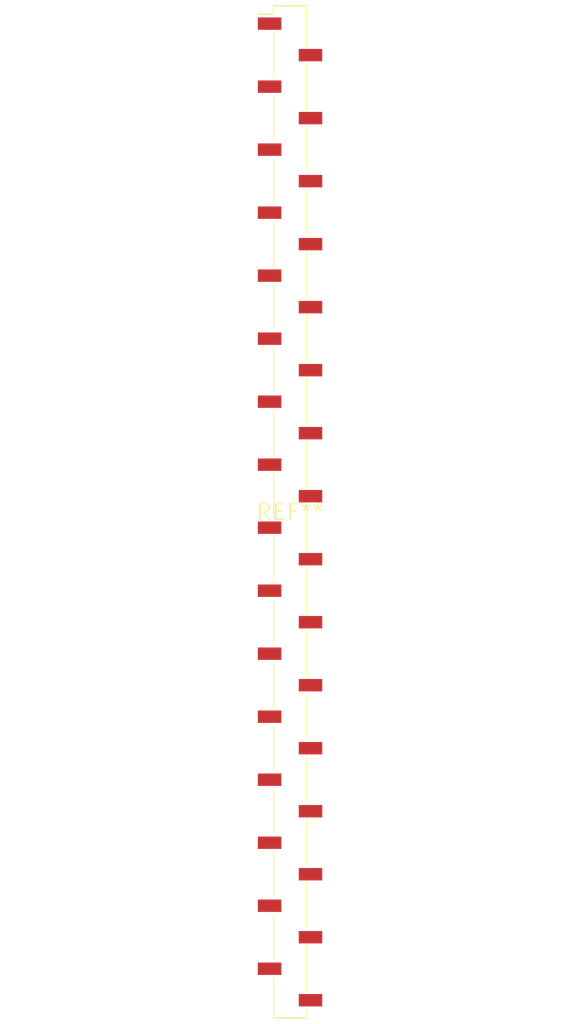
<source format=kicad_pcb>
(kicad_pcb (version 20240108) (generator pcbnew)
  (layers (0 "F.Cu" signal) (31 "B.Cu" signal) (34 "B.Paste" user) (35 "F.Paste" user) (36 "B.SilkS" user "B.Silkscreen") (37 "F.SilkS" user "F.Silkscreen") (38 "B.Mask" user) (39 "F.Mask" user) (44 "Edge.Cuts" user))
  (net 0 "")
  (footprint "PinSocket_1x32_P2.54mm_Vertical_SMD_Pin1Left" (layer "F.Cu") (at 0 0)
    (property "Reference" "REF**")
    (property "Value" "PinSocket_1x32_P2.54mm_Vertical_SMD_Pin1Left")
    (fp_line (start -2.54 -40.13) (end -1.33 -40.13) (layer "F.SilkS") (stroke (width 0.12)))
    (fp_line (start -1.33 -40.8) (end -1.33 -40.13) (layer "F.SilkS") (stroke (width 0.12)))
    (fp_line (start -1.33 -40.8) (end 1.33 -40.8) (layer "F.SilkS") (stroke (width 0.12)))
    (fp_line (start -1.33 -38.61) (end -1.33 -35.05) (layer "F.SilkS") (stroke (width 0.12)))
    (fp_line (start -1.33 -33.53) (end -1.33 -29.97) (layer "F.SilkS") (stroke (width 0.12)))
    (fp_line (start -1.33 -28.45) (end -1.33 -24.89) (layer "F.SilkS") (stroke (width 0.12)))
    (fp_line (start -1.33 -23.37) (end -1.33 -19.81) (layer "F.SilkS") (stroke (width 0.12)))
    (fp_line (start -1.33 -18.29) (end -1.33 -14.73) (layer "F.SilkS") (stroke (width 0.12)))
    (fp_line (start -1.33 -13.21) (end -1.33 -9.65) (layer "F.SilkS") (stroke (width 0.12)))
    (fp_line (start -1.33 -8.13) (end -1.33 -4.57) (layer "F.SilkS") (stroke (width 0.12)))
    (fp_line (start -1.33 -3.05) (end -1.33 0.51) (layer "F.SilkS") (stroke (width 0.12)))
    (fp_line (start -1.33 2.03) (end -1.33 5.59) (layer "F.SilkS") (stroke (width 0.12)))
    (fp_line (start -1.33 7.11) (end -1.33 10.67) (layer "F.SilkS") (stroke (width 0.12)))
    (fp_line (start -1.33 12.19) (end -1.33 15.75) (layer "F.SilkS") (stroke (width 0.12)))
    (fp_line (start -1.33 17.27) (end -1.33 20.83) (layer "F.SilkS") (stroke (width 0.12)))
    (fp_line (start -1.33 22.35) (end -1.33 25.91) (layer "F.SilkS") (stroke (width 0.12)))
    (fp_line (start -1.33 27.43) (end -1.33 30.99) (layer "F.SilkS") (stroke (width 0.12)))
    (fp_line (start -1.33 32.51) (end -1.33 36.07) (layer "F.SilkS") (stroke (width 0.12)))
    (fp_line (start -1.33 37.59) (end -1.33 40.8) (layer "F.SilkS") (stroke (width 0.12)))
    (fp_line (start -1.33 40.8) (end 1.33 40.8) (layer "F.SilkS") (stroke (width 0.12)))
    (fp_line (start 1.33 -40.8) (end 1.33 -37.59) (layer "F.SilkS") (stroke (width 0.12)))
    (fp_line (start 1.33 -36.07) (end 1.33 -32.51) (layer "F.SilkS") (stroke (width 0.12)))
    (fp_line (start 1.33 -30.99) (end 1.33 -27.43) (layer "F.SilkS") (stroke (width 0.12)))
    (fp_line (start 1.33 -25.91) (end 1.33 -22.35) (layer "F.SilkS") (stroke (width 0.12)))
    (fp_line (start 1.33 -20.83) (end 1.33 -17.27) (layer "F.SilkS") (stroke (width 0.12)))
    (fp_line (start 1.33 -15.75) (end 1.33 -12.19) (layer "F.SilkS") (stroke (width 0.12)))
    (fp_line (start 1.33 -10.67) (end 1.33 -7.11) (layer "F.SilkS") (stroke (width 0.12)))
    (fp_line (start 1.33 -5.59) (end 1.33 -2.03) (layer "F.SilkS") (stroke (width 0.12)))
    (fp_line (start 1.33 -0.51) (end 1.33 3.05) (layer "F.SilkS") (stroke (width 0.12)))
    (fp_line (start 1.33 4.57) (end 1.33 8.13) (layer "F.SilkS") (stroke (width 0.12)))
    (fp_line (start 1.33 9.65) (end 1.33 13.21) (layer "F.SilkS") (stroke (width 0.12)))
    (fp_line (start 1.33 14.73) (end 1.33 18.29) (layer "F.SilkS") (stroke (width 0.12)))
    (fp_line (start 1.33 19.81) (end 1.33 23.37) (layer "F.SilkS") (stroke (width 0.12)))
    (fp_line (start 1.33 24.89) (end 1.33 28.45) (layer "F.SilkS") (stroke (width 0.12)))
    (fp_line (start 1.33 29.97) (end 1.33 33.53) (layer "F.SilkS") (stroke (width 0.12)))
    (fp_line (start 1.33 35.05) (end 1.33 38.61) (layer "F.SilkS") (stroke (width 0.12)))
    (fp_line (start 1.33 40.13) (end 1.33 40.8) (layer "F.SilkS") (stroke (width 0.12)))
    (pad "1" smd rect (at -1.65 -39.37) (size 1.9 1) (layers "F.Cu" "F.Paste" "F.Mask"))
    (pad "2" smd rect (at 1.65 -36.83) (size 1.9 1) (layers "F.Cu" "F.Paste" "F.Mask"))
    (pad "3" smd rect (at -1.65 -34.29) (size 1.9 1) (layers "F.Cu" "F.Paste" "F.Mask"))
    (pad "4" smd rect (at 1.65 -31.75) (size 1.9 1) (layers "F.Cu" "F.Paste" "F.Mask"))
    (pad "5" smd rect (at -1.65 -29.21) (size 1.9 1) (layers "F.Cu" "F.Paste" "F.Mask"))
    (pad "6" smd rect (at 1.65 -26.67) (size 1.9 1) (layers "F.Cu" "F.Paste" "F.Mask"))
    (pad "7" smd rect (at -1.65 -24.13) (size 1.9 1) (layers "F.Cu" "F.Paste" "F.Mask"))
    (pad "8" smd rect (at 1.65 -21.59) (size 1.9 1) (layers "F.Cu" "F.Paste" "F.Mask"))
    (pad "9" smd rect (at -1.65 -19.05) (size 1.9 1) (layers "F.Cu" "F.Paste" "F.Mask"))
    (pad "10" smd rect (at 1.65 -16.51) (size 1.9 1) (layers "F.Cu" "F.Paste" "F.Mask"))
    (pad "11" smd rect (at -1.65 -13.97) (size 1.9 1) (layers "F.Cu" "F.Paste" "F.Mask"))
    (pad "12" smd rect (at 1.65 -11.43) (size 1.9 1) (layers "F.Cu" "F.Paste" "F.Mask"))
    (pad "13" smd rect (at -1.65 -8.89) (size 1.9 1) (layers "F.Cu" "F.Paste" "F.Mask"))
    (pad "14" smd rect (at 1.65 -6.35) (size 1.9 1) (layers "F.Cu" "F.Paste" "F.Mask"))
    (pad "15" smd rect (at -1.65 -3.81) (size 1.9 1) (layers "F.Cu" "F.Paste" "F.Mask"))
    (pad "16" smd rect (at 1.65 -1.27) (size 1.9 1) (layers "F.Cu" "F.Paste" "F.Mask"))
    (pad "17" smd rect (at -1.65 1.27) (size 1.9 1) (layers "F.Cu" "F.Paste" "F.Mask"))
    (pad "18" smd rect (at 1.65 3.81) (size 1.9 1) (layers "F.Cu" "F.Paste" "F.Mask"))
    (pad "19" smd rect (at -1.65 6.35) (size 1.9 1) (layers "F.Cu" "F.Paste" "F.Mask"))
    (pad "20" smd rect (at 1.65 8.89) (size 1.9 1) (layers "F.Cu" "F.Paste" "F.Mask"))
    (pad "21" smd rect (at -1.65 11.43) (size 1.9 1) (layers "F.Cu" "F.Paste" "F.Mask"))
    (pad "22" smd rect (at 1.65 13.97) (size 1.9 1) (layers "F.Cu" "F.Paste" "F.Mask"))
    (pad "23" smd rect (at -1.65 16.51) (size 1.9 1) (layers "F.Cu" "F.Paste" "F.Mask"))
    (pad "24" smd rect (at 1.65 19.05) (size 1.9 1) (layers "F.Cu" "F.Paste" "F.Mask"))
    (pad "25" smd rect (at -1.65 21.59) (size 1.9 1) (layers "F.Cu" "F.Paste" "F.Mask"))
    (pad "26" smd rect (at 1.65 24.13) (size 1.9 1) (layers "F.Cu" "F.Paste" "F.Mask"))
    (pad "27" smd rect (at -1.65 26.67) (size 1.9 1) (layers "F.Cu" "F.Paste" "F.Mask"))
    (pad "28" smd rect (at 1.65 29.21) (size 1.9 1) (layers "F.Cu" "F.Paste" "F.Mask"))
    (pad "29" smd rect (at -1.65 31.75) (size 1.9 1) (layers "F.Cu" "F.Paste" "F.Mask"))
    (pad "30" smd rect (at 1.65 34.29) (size 1.9 1) (layers "F.Cu" "F.Paste" "F.Mask"))
    (pad "31" smd rect (at -1.65 36.83) (size 1.9 1) (layers "F.Cu" "F.Paste" "F.Mask"))
    (pad "32" smd rect (at 1.65 39.37) (size 1.9 1) (layers "F.Cu" "F.Paste" "F.Mask"))
  )
)
</source>
